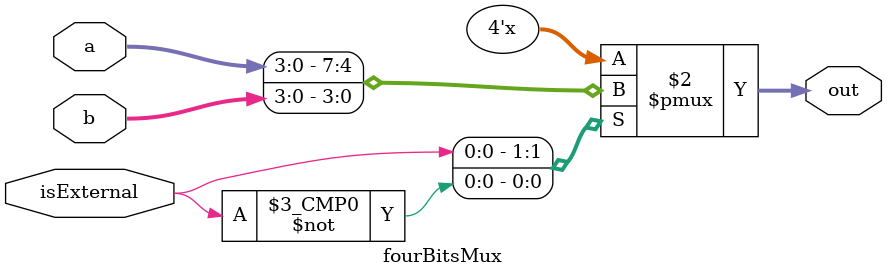
<source format=sv>
`timescale 1ns / 1ps


module fourBitsMux( input [3:0] a,
                    input [3:0] b,
                    input isExternal,
                    output reg [3:0] out );
        
        always @ ( a or b or isExternal ) 
            begin
                case (isExternal)
                    1'b1 : out <= a;
                    1'b0 : out <= b;
                endcase
        end
endmodule

</source>
